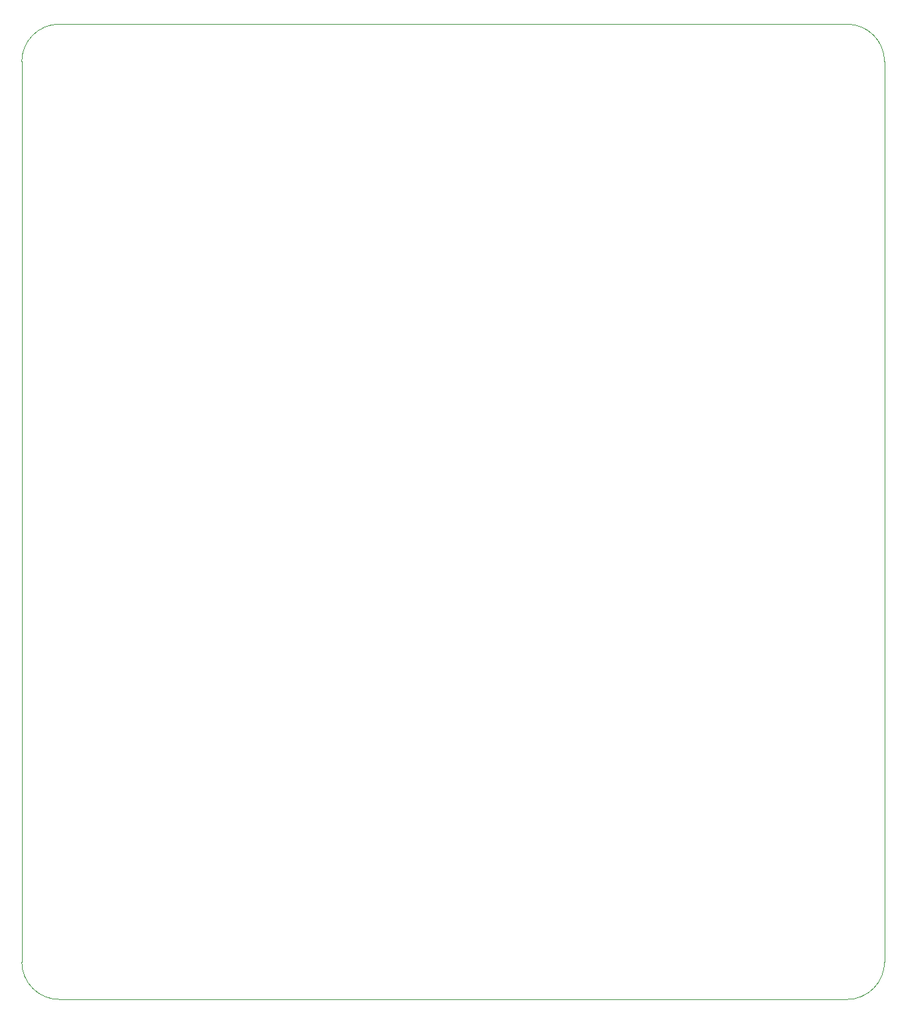
<source format=gm1>
G04 #@! TF.GenerationSoftware,KiCad,Pcbnew,8.0.2*
G04 #@! TF.CreationDate,2024-06-05T18:53:51-04:00*
G04 #@! TF.ProjectId,CSP_macropad_arduino,4353505f-6d61-4637-926f-7061645f6172,rev?*
G04 #@! TF.SameCoordinates,Original*
G04 #@! TF.FileFunction,Profile,NP*
%FSLAX46Y46*%
G04 Gerber Fmt 4.6, Leading zero omitted, Abs format (unit mm)*
G04 Created by KiCad (PCBNEW 8.0.2) date 2024-06-05 18:53:51*
%MOMM*%
%LPD*%
G01*
G04 APERTURE LIST*
G04 #@! TA.AperFunction,Profile*
%ADD10C,0.050000*%
G04 #@! TD*
G04 APERTURE END LIST*
D10*
X159745750Y-138148750D02*
G75*
G02*
X154982000Y-142912500I-4763750J0D01*
G01*
X159745750Y-23818750D02*
X159745750Y-138148750D01*
X54941250Y-19055000D02*
X154982000Y-19055000D01*
X50177500Y-23818750D02*
G75*
G02*
X54941250Y-19055000I4763750J0D01*
G01*
X50177500Y-138148750D02*
X50177500Y-23818750D01*
X154982000Y-19055000D02*
G75*
G02*
X159745800Y-23818750I100J-4763700D01*
G01*
X54941250Y-142912500D02*
G75*
G02*
X50177500Y-138148750I0J4763750D01*
G01*
X154982000Y-142912500D02*
X54941250Y-142912500D01*
M02*

</source>
